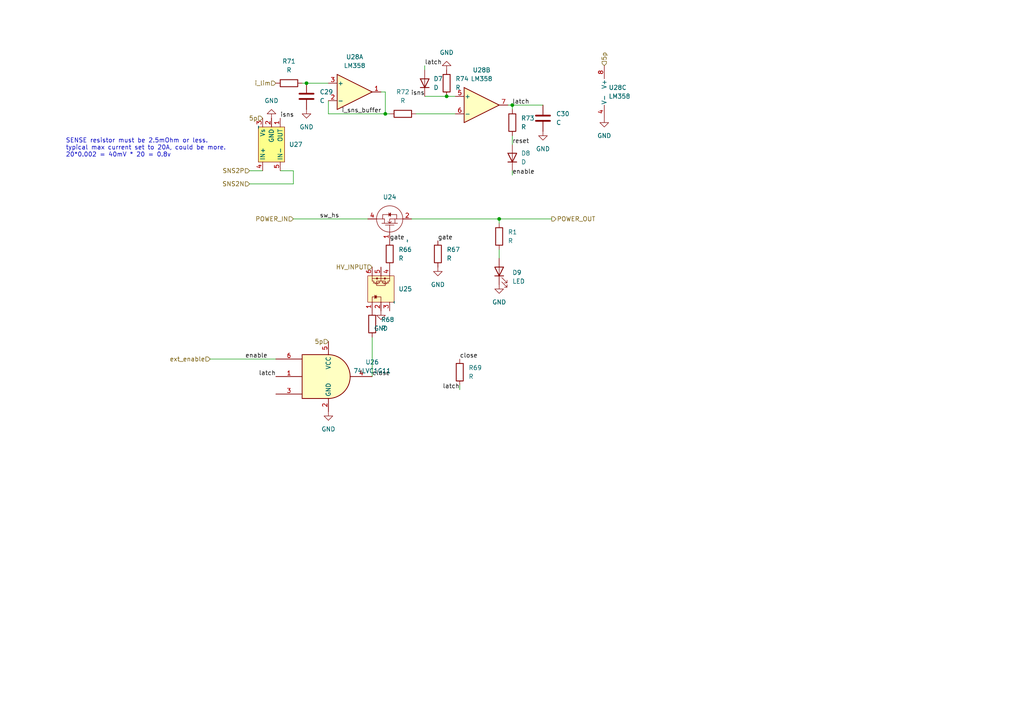
<source format=kicad_sch>
(kicad_sch (version 20230121) (generator eeschema)
  (paper "A4")
  (lib_symbols
    (symbol "74xGxx:74LVC1G11"
      (property "Reference" "U" (at -5.08 10.16 0))
      (property "Value" "74LVC1G11" (at 7.62 -10.16 0))
      (symbol "74LVC1G11_0_1"
        (arc (start 0 -6.35) (mid 6.3224 0) (end 0 6.35) (stroke (width 0.254)) (fill (type background)))
        (polyline (pts (xy 0 -6.35) (xy -7.62 -6.35) (xy -7.62 6.35) (xy 0 6.35)) (stroke (width 0.254)) (fill (type background)))
      )
      (symbol "74LVC1G11_1_1"
        (pin input line (at -15.24 0 0) (length 7.62) (name "~") (number "1"))
        (pin power_in line (at 0 -10.16 90) (length 3.81) (name "GND") (number "2"))
        (pin input line (at -15.24 -5.08 0) (length 7.62) (name "~") (number "3"))
        (pin output line (at 12.7 0 180) (length 6.35) (name "~") (number "4"))
        (pin power_in line (at 0 10.16 270) (length 3.81) (name "VCC") (number "5"))
        (pin input line (at -15.24 5.08 0) (length 7.62) (name "~") (number "6"))
      )
    )
    (symbol "Amplifier_Operational:LM358" (pin_names (offset 0.127))
      (property "Reference" "U" (at 0 5.08 0))
      (property "Value" "LM358" (at 0 -5.08 0))
      (symbol "LM358_1_1"
        (polyline (pts (xy -5.08 5.08) (xy 5.08 0) (xy -5.08 -5.08) (xy -5.08 5.08)) (stroke (width 0.254)) (fill (type background)))
        (pin output line (at 7.62 0 180) (length 2.54) (name "~") (number "1"))
        (pin input line (at -7.62 -2.54 0) (length 2.54) (name "-") (number "2"))
        (pin input line (at -7.62 2.54 0) (length 2.54) (name "+") (number "3"))
      )
      (symbol "LM358_2_1"
        (polyline (pts (xy -5.08 5.08) (xy 5.08 0) (xy -5.08 -5.08) (xy -5.08 5.08)) (stroke (width 0.254)) (fill (type background)))
        (pin input line (at -7.62 2.54 0) (length 2.54) (name "+") (number "5"))
        (pin input line (at -7.62 -2.54 0) (length 2.54) (name "-") (number "6"))
        (pin output line (at 7.62 0 180) (length 2.54) (name "~") (number "7"))
      )
      (symbol "LM358_3_1"
        (pin power_in line (at -2.54 -7.62 90) (length 3.81) (name "V-") (number "4"))
        (pin power_in line (at -2.54 7.62 270) (length 3.81) (name "V+") (number "8"))
      )
    )
    (symbol "Device:C" (pin_numbers hide) (pin_names (offset 0.254))
      (property "Reference" "C" (at 0.635 2.54 0))
      (property "Value" "C" (at 0.635 -2.54 0))
      (symbol "C_0_1"
        (polyline (pts (xy -2.032 -0.762) (xy 2.032 -0.762)) (stroke (width 0.508)))
        (polyline (pts (xy -2.032 0.762) (xy 2.032 0.762)) (stroke (width 0.508)))
      )
      (symbol "C_1_1"
        (pin passive line (at 0 3.81 270) (length 2.794) (name "~") (number "1"))
        (pin passive line (at 0 -3.81 90) (length 2.794) (name "~") (number "2"))
      )
    )
    (symbol "Device:D" (pin_numbers hide) (pin_names (offset 1.016) hide)
      (property "Reference" "D" (at 0 2.54 0))
      (property "Value" "D" (at 0 -2.54 0))
      (symbol "D_0_1"
        (polyline (pts (xy -1.27 1.27) (xy -1.27 -1.27)) (stroke (width 0.254)))
        (polyline (pts (xy 1.27 0) (xy -1.27 0)))
        (polyline (pts (xy 1.27 1.27) (xy 1.27 -1.27) (xy -1.27 0) (xy 1.27 1.27)) (stroke (width 0.254)))
      )
      (symbol "D_1_1"
        (pin passive line (at -3.81 0 0) (length 2.54) (name "K") (number "1"))
        (pin passive line (at 3.81 0 180) (length 2.54) (name "A") (number "2"))
      )
    )
    (symbol "Device:LED" (pin_numbers hide) (pin_names (offset 1.016) hide)
      (property "Reference" "D" (at 0 2.54 0))
      (property "Value" "LED" (at 0 -2.54 0))
      (symbol "LED_0_1"
        (polyline (pts (xy -1.27 -1.27) (xy -1.27 1.27)) (stroke (width 0.254)))
        (polyline (pts (xy -1.27 0) (xy 1.27 0)))
        (polyline (pts (xy 1.27 -1.27) (xy 1.27 1.27) (xy -1.27 0) (xy 1.27 -1.27)) (stroke (width 0.254)))
        (polyline (pts (xy -3.048 -0.762) (xy -4.572 -2.286) (xy -3.81 -2.286) (xy -4.572 -2.286) (xy -4.572 -1.524)))
        (polyline (pts (xy -1.778 -0.762) (xy -3.302 -2.286) (xy -2.54 -2.286) (xy -3.302 -2.286) (xy -3.302 -1.524)))
      )
      (symbol "LED_1_1"
        (pin passive line (at -3.81 0 0) (length 2.54) (name "K") (number "1"))
        (pin passive line (at 3.81 0 180) (length 2.54) (name "A") (number "2"))
      )
    )
    (symbol "Device:R" (pin_numbers hide) (pin_names (offset 0))
      (property "Reference" "R" (at 2.032 0 90))
      (property "Value" "R" (at 0 0 90))
      (symbol "R_0_1"
        (rectangle (start -1.016 -2.54) (end 1.016 2.54) (stroke (width 0.254)))
      )
      (symbol "R_1_1"
        (pin passive line (at 0 3.81 270) (length 1.27) (name "~") (number "1"))
        (pin passive line (at 0 -3.81 90) (length 1.27) (name "~") (number "2"))
      )
    )
    (symbol "my parts:AQV252G"
      (property "Reference" "U" (at 0 0 0))
      (symbol "AQV252G_0_1"
        (polyline (pts (xy 5.588 3.556) (xy 5.588 1.524)))
        (polyline (pts (xy 6.604 2.54) (xy 7.112 2.54)))
        (polyline (pts (xy 6.604 5.08) (xy 7.112 5.08)))
        (polyline (pts (xy 6.858 3.81) (xy 6.858 1.27)))
        (polyline (pts (xy 7.62 1.27) (xy 6.096 1.27)))
        (polyline (pts (xy 7.62 3.81) (xy 6.096 3.81)))
        (polyline (pts (xy 7.62 6.35) (xy 6.096 6.35)))
        (polyline (pts (xy 5.334 3.048) (xy 5.334 2.032) (xy 5.334 2.54)))
        (polyline (pts (xy 5.334 5.588) (xy 5.334 4.572) (xy 5.334 4.826)))
        (polyline (pts (xy 5.588 6.096) (xy 5.588 4.064) (xy 5.588 4.826)))
        (polyline (pts (xy 6.096 1.27) (xy 6.096 1.778) (xy 5.588 1.778)))
        (polyline (pts (xy 6.096 3.302) (xy 6.096 2.54) (xy 5.588 2.54)))
        (polyline (pts (xy 6.096 3.81) (xy 6.096 3.302) (xy 5.588 3.302)))
        (polyline (pts (xy 6.096 3.81) (xy 6.096 4.318) (xy 5.588 4.318)))
        (polyline (pts (xy 6.096 4.318) (xy 6.096 5.08) (xy 5.588 5.08)))
        (polyline (pts (xy 6.096 6.35) (xy 6.096 5.842) (xy 5.588 5.842)))
        (polyline (pts (xy 6.858 6.35) (xy 6.858 3.81) (xy 6.858 4.318)))
        (polyline (pts (xy 6.604 2.794) (xy 7.112 2.794) (xy 6.858 2.54) (xy 6.604 2.794)))
        (polyline (pts (xy 5.334 5.08) (xy 4.826 5.08) (xy 4.826 2.54) (xy 5.334 2.54) (xy 5.334 2.54)))
        (polyline (pts (xy 6.604 4.826) (xy 7.112 4.826) (xy 6.858 5.08) (xy 6.604 4.826) (xy 6.858 5.08)))
        (polyline (pts (xy 0 6.35) (xy 1.524 6.35) (xy 1.524 3.81) (xy 0 3.81) (xy 1.524 3.81) (xy 1.524 5.588) (xy 2.032 5.588) (xy 1.524 5.08) (xy 1.016 5.588) (xy 1.524 5.588) (xy 1.27 5.334) (xy 1.778 5.334) (xy 1.524 5.588) (xy 1.778 5.588) (xy 1.778 5.334) (xy 1.27 5.334) (xy 1.27 5.588) (xy 1.524 5.08) (xy 2.032 5.08) (xy 1.016 5.08) (xy 1.524 5.08)))
      )
      (symbol "AQV252G_1_1"
        (rectangle (start 0 7.62) (end 7.62 0) (fill (type background)))
        (pin input line (at -2.54 6.35 0) (length 2.54) (name "") (number "1"))
        (pin input line (at -2.54 3.81 0) (length 2.54) (name "") (number "2"))
        (pin input line (at -2.54 1.27 0) (length 2.54) (name "") (number "3"))
        (pin input line (at 10.16 1.27 180) (length 2.54) (name "") (number "4"))
        (pin input line (at 10.16 3.81 180) (length 2.54) (name "") (number "5"))
        (pin input line (at 10.16 6.35 180) (length 2.54) (name "") (number "6"))
      )
    )
    (symbol "my parts:INA281B1"
      (property "Reference" "U" (at 0 0 0))
      (symbol "INA281B1_1_1"
        (rectangle (start 0 7.62) (end 10.16 0) (fill (type color) (color 253 255 139 1)))
        (pin input line (at -2.54 6.35 0) (length 2.54) (name "OUT") (number "1"))
        (pin input line (at -2.54 3.81 0) (length 2.54) (name "GND") (number "2"))
        (pin input line (at -2.54 1.27 0) (length 2.54) (name "Vs") (number "3"))
        (pin input line (at 12.7 1.27 180) (length 2.54) (name "IN+") (number "4"))
        (pin input line (at 12.7 6.35 180) (length 2.54) (name "IN-") (number "5"))
      )
    )
    (symbol "my parts:IPB032N10N5"
      (property "Reference" "U" (at 0 0 0))
      (symbol "IPB032N10N5_0_1"
        (polyline (pts (xy 4.572 6.35) (xy 4.572 3.81)))
        (polyline (pts (xy 5.08 7.366) (xy 5.08 2.794)))
        (polyline (pts (xy 6.35 3.556) (xy 5.08 3.556)))
        (polyline (pts (xy 6.35 6.604) (xy 5.08 6.604)))
        (polyline (pts (xy 6.35 6.604) (xy 6.35 8.89)))
        (polyline (pts (xy 2.54 5.08) (xy 4.318 5.08) (xy 4.572 5.08)))
        (polyline (pts (xy 7.62 5.334) (xy 7.62 7.112) (xy 6.35 7.112)))
        (polyline (pts (xy 8.128 5.334) (xy 7.112 5.334) (xy 7.62 5.334)))
        (polyline (pts (xy 6.35 1.27) (xy 6.35 5.08) (xy 5.08 5.08) (xy 5.588 5.588) (xy 5.08 5.08) (xy 5.588 4.572)))
        (polyline (pts (xy 6.35 3.048) (xy 7.62 3.048) (xy 7.62 4.826) (xy 8.128 4.826) (xy 7.62 5.334) (xy 7.112 4.826) (xy 7.62 4.826) (xy 7.62 5.334) (xy 7.874 5.08) (xy 7.62 4.826) (xy 7.366 5.08) (xy 7.366 4.826) (xy 7.874 4.826) (xy 7.874 5.08) (xy 7.366 5.08)))
        (circle (center 6.35 5.08) (radius 3.81))
      )
      (symbol "IPB032N10N5_1_1"
        (pin input line (at 0 5.08 0) (length 2.54) (name "") (number "1"))
        (pin input line (at 6.35 -1.27 90) (length 2.54) (name "") (number "2"))
        (pin input line (at 6.35 -1.27 90) (length 2.54) hide (name "") (number "3"))
        (pin input line (at 6.35 11.43 270) (length 2.54) (name "") (number "4"))
        (pin input line (at 6.35 -1.27 90) (length 2.54) hide (name "") (number "5"))
        (pin input line (at 6.35 -1.27 90) (length 2.54) hide (name "") (number "6"))
        (pin input line (at 6.35 -1.27 90) (length 2.54) hide (name "") (number "7"))
      )
    )
    (symbol "power:GND" (power) (pin_names (offset 0))
      (property "Value" "GND" (at 0 -3.81 0))
      (symbol "GND_0_1"
        (polyline (pts (xy 0 0) (xy 0 -1.27) (xy 1.27 -1.27) (xy 0 -2.54) (xy -1.27 -1.27) (xy 0 -1.27)))
      )
      (symbol "GND_1_1"
        (pin power_in line (at 0 0 270) (length 0) hide (name "GND") (number "1"))
      )
    )
  )
  (junction (at 129.54 27.94))
  (junction (at 148.59 30.48))
  (junction (at 111.76 33.02))
  (junction (at 144.78 63.5))
  (junction (at 88.9 24.13))
  (wire (pts (xy 95.25 33.02) (xy 111.76 33.02)))
  (wire (pts (xy 119.38 63.5) (xy 144.78 63.5)))
  (wire (pts (xy 129.54 27.94) (xy 132.08 27.94)))
  (wire (pts (xy 123.19 27.94) (xy 129.54 27.94)))
  (wire (pts (xy 148.59 30.48) (xy 157.48 30.48)))
  (wire (pts (xy 107.95 97.79) (xy 107.95 109.22)))
  (wire (pts (xy 85.09 63.5) (xy 106.68 63.5)))
  (wire (pts (xy 144.78 72.39) (xy 144.78 74.93)))
  (wire (pts (xy 85.09 53.34) (xy 85.09 49.53)))
  (wire (pts (xy 144.78 63.5) (xy 160.02 63.5)))
  (wire (pts (xy 60.96 104.14) (xy 80.01 104.14)))
  (wire (pts (xy 113.03 33.02) (xy 111.76 33.02)))
  (wire (pts (xy 88.9 24.13) (xy 95.25 24.13)))
  (wire (pts (xy 144.78 64.77) (xy 144.78 63.5)))
  (wire (pts (xy 95.25 29.21) (xy 95.25 33.02)))
  (wire (pts (xy 133.35 113.03) (xy 133.35 111.76)))
  (wire (pts (xy 110.49 26.67) (xy 111.76 26.67)))
  (wire (pts (xy 148.59 50.8) (xy 148.59 49.53)))
  (wire (pts (xy 81.28 49.53) (xy 85.09 49.53)))
  (wire (pts (xy 120.65 33.02) (xy 132.08 33.02)))
  (wire (pts (xy 72.39 53.34) (xy 85.09 53.34)))
  (wire (pts (xy 148.59 39.37) (xy 148.59 41.91)))
  (wire (pts (xy 87.63 24.13) (xy 88.9 24.13)))
  (wire (pts (xy 123.19 19.05) (xy 123.19 20.32)))
  (wire (pts (xy 111.76 33.02) (xy 111.76 26.67)))
  (wire (pts (xy 148.59 31.75) (xy 148.59 30.48)))
  (wire (pts (xy 148.59 30.48) (xy 147.32 30.48)))
  (wire (pts (xy 76.2 49.53) (xy 72.39 49.53)))
  (text "SENSE resistor must be 2.5mOhm or less.\ntypical max current set to 20A, could be more.\n20*0.002 = 40mV * 20 = 0.8v" (at 19.05 45.72 0) (effects (font (size 1.27 1.27)) (justify left bottom)))
  (label "isns" (at 123.19 27.94 180))
  (label "latch" (at 148.59 30.48 0))
  (label "isns" (at 81.28 34.29 0))
  (label "enable" (at 148.59 50.8 0))
  (label "latch" (at 133.35 113.03 180))
  (label "latch" (at 80.01 109.22 180))
  (label "latch" (at 123.19 19.05 0))
  (label "close" (at 133.35 104.14 0))
  (label "gate" (at 127 69.85 0))
  (label "enable" (at 71.12 104.14 0))
  (label "gate" (at 113.03 69.85 0))
  (label "sw_hs" (at 92.71 63.5 0))
  (label "reset" (at 148.59 41.91 0))
  (label "close" (at 107.95 109.22 0))
  (label "i_sns_buffer" (at 99.06 33.02 0))
  (hierarchical_label "ext_enable" (shape input) (at 60.96 104.14 180))
  (hierarchical_label "POWER_IN" (shape input) (at 85.09 63.5 180))
  (hierarchical_label "5p" (shape input) (at 175.26 19.05 90))
  (hierarchical_label "SNS2N" (shape input) (at 72.39 53.34 180))
  (hierarchical_label "5p" (shape input) (at 76.2 34.29 180))
  (hierarchical_label "HV_INPUT" (shape input) (at 107.95 77.47 180))
  (hierarchical_label "5p" (shape input) (at 95.25 99.06 180))
  (hierarchical_label "i_lim" (shape input) (at 80.01 24.13 180))
  (hierarchical_label "POWER_OUT" (shape output) (at 160.02 63.5 0))
  (hierarchical_label "SNS2P" (shape input) (at 72.39 49.53 180))
  (symbol (lib_id "power:GND") (at 95.25 119.38 0) (unit 1)
    (property "Reference" "#PWR067" (effects hide))
    (property "Value" "GND" (at 95.25 124.46 0))
  )
  (symbol (lib_id "Device:LED") (at 144.78 78.74 90) (unit 1)
    (property "Reference" "D9" (at 148.59 79.0575 90) (effects (justify right)))
    (property "Value" "LED" (at 148.59 81.5975 90) (effects (justify right)))
    (property "Footprint" "LED_SMD:LED_0603_1608Metric_Pad1.05x0.95mm_HandSolder" (effects hide))
  )
  (symbol (lib_id "power:GND") (at 88.9 31.75 0) (unit 1)
    (property "Reference" "#PWR070" (effects hide))
    (property "Value" "GND" (at 88.9 36.83 0))
  )
  (symbol (lib_id "Device:R") (at 107.95 93.98 180) (unit 1)
    (property "Reference" "R68" (at 110.49 92.71 0) (effects (justify right)))
    (property "Value" "R" (at 110.49 95.25 0) (effects (justify right)))
    (property "Footprint" "Resistor_SMD:R_0603_1608Metric_Pad0.98x0.95mm_HandSolder" (effects hide))
  )
  (symbol (lib_id "Device:R") (at 116.84 33.02 90) (unit 1)
    (property "Reference" "R72" (at 116.84 26.67 90))
    (property "Value" "R" (at 116.84 29.21 90))
    (property "Footprint" "Resistor_SMD:R_0603_1608Metric_Pad0.98x0.95mm_HandSolder" (effects hide))
  )
  (symbol (lib_id "Amplifier_Operational:LM358") (at 102.87 26.67 0) (unit 1)
    (property "Reference" "U28" (at 102.87 16.51 0))
    (property "Value" "LM358" (at 102.87 19.05 0))
    (property "Footprint" "Package_SO:SOIC-8_3.9x4.9mm_P1.27mm" (effects hide))
    (property "Datasheet" "http://www.ti.com/lit/ds/symlink/lm2904-n.pdf" (effects hide))
  )
  (symbol (lib_id "Amplifier_Operational:LM358") (at 139.7 30.48 0) (unit 2)
    (property "Reference" "U28" (at 139.7 20.32 0))
    (property "Value" "LM358" (at 139.7 22.86 0))
    (property "Footprint" "Package_SO:SOIC-8_3.9x4.9mm_P1.27mm" (effects hide))
    (property "Datasheet" "http://www.ti.com/lit/ds/symlink/lm2904-n.pdf" (effects hide))
  )
  (symbol (lib_id "power:GND") (at 110.49 90.17 0) (unit 1)
    (property "Reference" "#PWR066" (effects hide))
    (property "Value" "GND" (at 110.49 95.25 0))
  )
  (symbol (lib_id "Device:C") (at 88.9 27.94 0) (unit 1)
    (property "Reference" "C29" (at 92.71 26.67 0) (effects (justify left)))
    (property "Value" "C" (at 92.71 29.21 0) (effects (justify left)))
    (property "Footprint" "Capacitor_SMD:C_0603_1608Metric" (effects hide))
  )
  (symbol (lib_id "Device:R") (at 83.82 24.13 90) (unit 1)
    (property "Reference" "R71" (at 83.82 17.78 90))
    (property "Value" "R" (at 83.82 20.32 90))
    (property "Footprint" "Resistor_SMD:R_0603_1608Metric_Pad0.98x0.95mm_HandSolder" (effects hide))
  )
  (symbol (lib_id "Device:R") (at 148.59 35.56 180) (unit 1)
    (property "Reference" "R73" (at 151.13 34.29 0) (effects (justify right)))
    (property "Value" "R" (at 151.13 36.83 0) (effects (justify right)))
    (property "Footprint" "Resistor_SMD:R_0603_1608Metric_Pad0.98x0.95mm_HandSolder" (effects hide))
  )
  (symbol (lib_id "Device:R") (at 129.54 24.13 180) (unit 1)
    (property "Reference" "R74" (at 132.08 22.86 0) (effects (justify right)))
    (property "Value" "R" (at 132.08 25.4 0) (effects (justify right)))
    (property "Footprint" "Resistor_SMD:R_0603_1608Metric_Pad0.98x0.95mm_HandSolder" (effects hide))
  )
  (symbol (lib_id "Device:C") (at 157.48 34.29 0) (unit 1)
    (property "Reference" "C30" (at 161.29 33.02 0) (effects (justify left)))
    (property "Value" "C" (at 161.29 35.56 0) (effects (justify left)))
    (property "Footprint" "Capacitor_SMD:C_0603_1608Metric" (effects hide))
  )
  (symbol (lib_id "74xGxx:74LVC1G11") (at 95.25 109.22 0) (unit 1)
    (property "Reference" "U26" (at 107.95 105.0291 0))
    (property "Value" "74LVC1G11" (at 107.95 107.5691 0))
    (property "Footprint" "Package_TO_SOT_SMD:SOT-363_SC-70-6_Handsoldering" (effects hide))
    (property "Datasheet" "http://www.ti.com/lit/sg/scyt129e/scyt129e.pdf" (effects hide))
  )
  (symbol (lib_id "power:GND") (at 127 77.47 0) (unit 1)
    (property "Reference" "#PWR065" (effects hide))
    (property "Value" "GND" (at 127 82.55 0))
  )
  (symbol (lib_id "Device:R") (at 133.35 107.95 180) (unit 1)
    (property "Reference" "R69" (at 135.89 106.68 0) (effects (justify right)))
    (property "Value" "R" (at 135.89 109.22 0) (effects (justify right)))
    (property "Footprint" "Resistor_SMD:R_0603_1608Metric_Pad0.98x0.95mm_HandSolder" (effects hide))
  )
  (symbol (lib_id "Device:D") (at 123.19 24.13 90) (unit 1)
    (property "Reference" "D7" (at 125.73 22.86 90) (effects (justify right)))
    (property "Value" "D" (at 125.73 25.4 90) (effects (justify right)))
    (property "Footprint" "Diode_SMD:D_0603_1608Metric_Pad1.05x0.95mm_HandSolder" (effects hide))
    (property "Sim.Device" "D" (effects hide))
    (property "Sim.Pins" "1=K 2=A" (effects hide))
  )
  (symbol (lib_id "power:GND") (at 129.54 20.32 180) (unit 1)
    (property "Reference" "#PWR071" (effects hide))
    (property "Value" "GND" (at 129.54 15.24 0))
  )
  (symbol (lib_id "Device:R") (at 127 73.66 180) (unit 1)
    (property "Reference" "R67" (at 129.54 72.39 0) (effects (justify right)))
    (property "Value" "R" (at 129.54 74.93 0) (effects (justify right)))
    (property "Footprint" "Resistor_SMD:R_0603_1608Metric_Pad0.98x0.95mm_HandSolder" (effects hide))
  )
  (symbol (lib_id "my parts:IPB032N10N5") (at 118.11 69.85 90) (unit 1)
    (property "Reference" "U24" (at 113.03 57.15 90))
    (property "Value" "~" (at 118.11 69.85 0))
    (property "Footprint" "Package_TO_SOT_SMD:TO-263-6" (effects hide))
  )
  (symbol (lib_id "my parts:INA281B1") (at 74.93 36.83 270) (unit 1)
    (property "Reference" "U27" (at 83.82 41.91 90) (effects (justify left)))
    (property "Value" "~" (at 74.93 36.83 0))
    (property "Footprint" "Package_TO_SOT_SMD:SOT-23-5_HandSoldering" (effects hide))
  )
  (symbol (lib_id "Device:D") (at 148.59 45.72 90) (unit 1)
    (property "Reference" "D8" (at 151.13 44.45 90) (effects (justify right)))
    (property "Value" "D" (at 151.13 46.99 90) (effects (justify right)))
    (property "Footprint" "Diode_SMD:D_0603_1608Metric_Pad1.05x0.95mm_HandSolder" (effects hide))
    (property "Sim.Device" "D" (effects hide))
    (property "Sim.Pins" "1=K 2=A" (effects hide))
  )
  (symbol (lib_id "power:GND") (at 144.78 82.55 0) (unit 1)
    (property "Reference" "#PWR073" (effects hide))
    (property "Value" "GND" (at 144.78 87.63 0))
  )
  (symbol (lib_id "power:GND") (at 78.74 34.29 180) (unit 1)
    (property "Reference" "#PWR068" (effects hide))
    (property "Value" "GND" (at 78.74 29.21 0))
  )
  (symbol (lib_id "my parts:AQV252G") (at 114.3 87.63 90) (unit 1)
    (property "Reference" "U25" (at 115.57 83.82 90) (effects (justify right)))
    (property "Value" "~" (at 114.3 87.63 0))
    (property "Footprint" "Package_DIP:DIP-6_W8.89mm_SMDSocket_LongPads" (effects hide))
  )
  (symbol (lib_id "power:GND") (at 175.26 34.29 0) (unit 1)
    (property "Reference" "#PWR069" (effects hide))
    (property "Value" "GND" (at 175.26 39.37 0))
  )
  (symbol (lib_id "Amplifier_Operational:LM358") (at 177.8 26.67 0) (unit 3)
    (property "Reference" "U28" (at 176.53 25.4 0) (effects (justify left)))
    (property "Value" "LM358" (at 176.53 27.94 0) (effects (justify left)))
    (property "Footprint" "Package_SO:SOIC-8_3.9x4.9mm_P1.27mm" (effects hide))
    (property "Datasheet" "http://www.ti.com/lit/ds/symlink/lm2904-n.pdf" (effects hide))
  )
  (symbol (lib_id "Device:R") (at 144.78 68.58 0) (unit 1)
    (property "Reference" "R1" (at 147.32 67.31 0) (effects (justify left)))
    (property "Value" "R" (at 147.32 69.85 0) (effects (justify left)))
    (property "Footprint" "Resistor_SMD:R_0603_1608Metric_Pad0.98x0.95mm_HandSolder" (effects hide))
  )
  (symbol (lib_id "Device:R") (at 113.03 73.66 0) (unit 1)
    (property "Reference" "R66" (at 115.57 72.39 0) (effects (justify left)))
    (property "Value" "R" (at 115.57 74.93 0) (effects (justify left)))
    (property "Footprint" "Resistor_SMD:R_0603_1608Metric_Pad0.98x0.95mm_HandSolder" (effects hide))
  )
  (symbol (lib_id "power:GND") (at 157.48 38.1 0) (unit 1)
    (property "Reference" "#PWR072" (effects hide))
    (property "Value" "GND" (at 157.48 43.18 0))
  )
)
</source>
